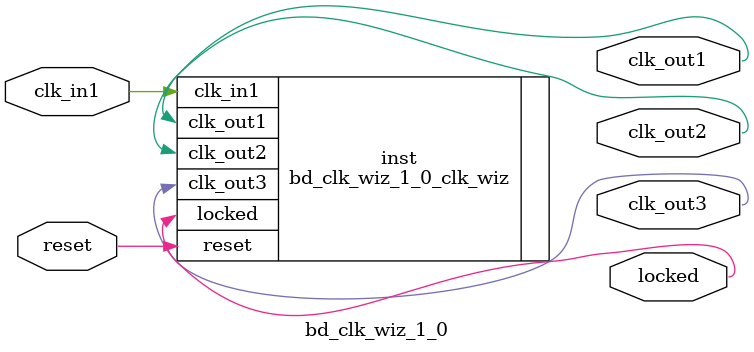
<source format=v>


`timescale 1ps/1ps

(* CORE_GENERATION_INFO = "bd_clk_wiz_1_0,clk_wiz_v6_0_11_0_0,{component_name=bd_clk_wiz_1_0,use_phase_alignment=true,use_min_o_jitter=false,use_max_i_jitter=false,use_dyn_phase_shift=false,use_inclk_switchover=false,use_dyn_reconfig=false,enable_axi=0,feedback_source=FDBK_AUTO,PRIMITIVE=MMCM,num_out_clk=3,clkin1_period=10.000,clkin2_period=10.000,use_power_down=false,use_reset=true,use_locked=true,use_inclk_stopped=false,feedback_type=SINGLE,CLOCK_MGR_TYPE=NA,manual_override=false}" *)

module bd_clk_wiz_1_0 
 (
  // Clock out ports
  output        clk_out1,
  output        clk_out2,
  output        clk_out3,
  // Status and control signals
  input         reset,
  output        locked,
 // Clock in ports
  input         clk_in1
 );

  bd_clk_wiz_1_0_clk_wiz inst
  (
  // Clock out ports  
  .clk_out1(clk_out1),
  .clk_out2(clk_out2),
  .clk_out3(clk_out3),
  // Status and control signals               
  .reset(reset), 
  .locked(locked),
 // Clock in ports
  .clk_in1(clk_in1)
  );

endmodule

</source>
